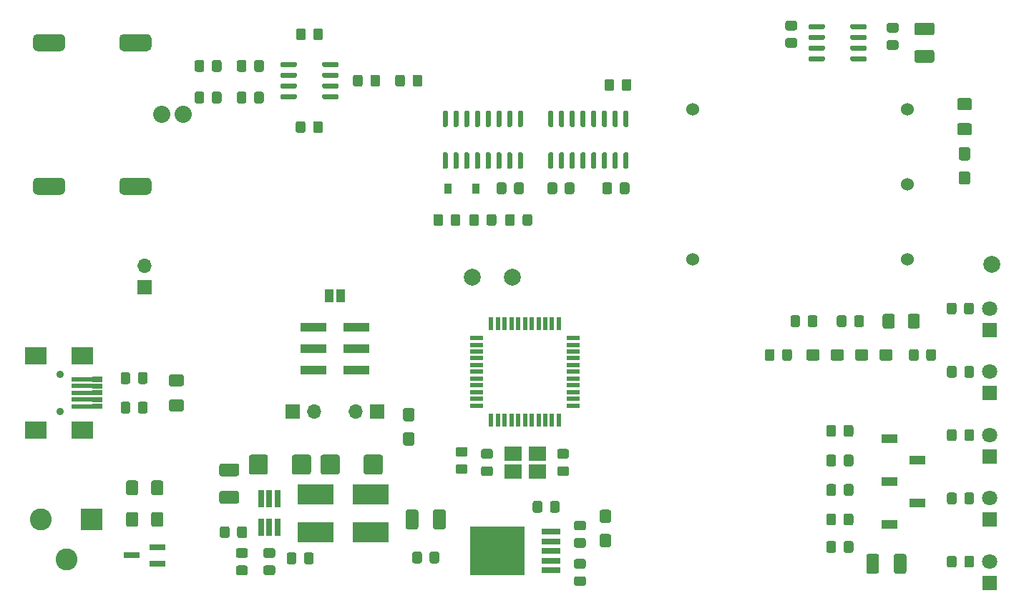
<source format=gbr>
%TF.GenerationSoftware,KiCad,Pcbnew,(5.1.9)-1*%
%TF.CreationDate,2021-10-23T17:52:33-05:00*%
%TF.ProjectId,simple-gpsdo,73696d70-6c65-42d6-9770-73646f2e6b69,C*%
%TF.SameCoordinates,Original*%
%TF.FileFunction,Soldermask,Top*%
%TF.FilePolarity,Negative*%
%FSLAX46Y46*%
G04 Gerber Fmt 4.6, Leading zero omitted, Abs format (unit mm)*
G04 Created by KiCad (PCBNEW (5.1.9)-1) date 2021-10-23 17:52:33*
%MOMM*%
%LPD*%
G01*
G04 APERTURE LIST*
%ADD10C,0.100000*%
%ADD11C,1.524000*%
%ADD12R,0.900000X1.200000*%
%ADD13R,2.600000X2.600000*%
%ADD14C,2.600000*%
%ADD15R,3.150000X1.000000*%
%ADD16R,1.000000X1.500000*%
%ADD17R,1.500000X0.550000*%
%ADD18R,0.550000X1.500000*%
%ADD19R,1.900000X1.000000*%
%ADD20C,2.032000*%
%ADD21R,1.700000X1.700000*%
%ADD22O,1.700000X1.700000*%
%ADD23C,2.000000*%
%ADD24R,2.100000X1.725000*%
%ADD25R,0.650000X2.000000*%
%ADD26R,4.200000X2.400000*%
%ADD27R,1.900000X0.800000*%
%ADD28C,1.800000*%
%ADD29R,1.800000X1.800000*%
%ADD30R,2.500000X2.000000*%
%ADD31R,2.500000X0.500000*%
%ADD32C,0.900000*%
%ADD33R,2.200000X0.800000*%
%ADD34R,6.400000X5.800000*%
G04 APERTURE END LIST*
D10*
G36*
X85000000Y-124400000D02*
G01*
X83800000Y-124400000D01*
X83800000Y-123800000D01*
X85000000Y-123800000D01*
X85000000Y-124400000D01*
G37*
G36*
X85000000Y-123600000D02*
G01*
X83800000Y-123600000D01*
X83800000Y-123000000D01*
X85000000Y-123000000D01*
X85000000Y-123600000D01*
G37*
G36*
X85000000Y-122800000D02*
G01*
X83800000Y-122800000D01*
X83800000Y-122200000D01*
X85000000Y-122200000D01*
X85000000Y-122800000D01*
G37*
G36*
X85000000Y-122000000D02*
G01*
X83800000Y-122000000D01*
X83800000Y-121400000D01*
X85000000Y-121400000D01*
X85000000Y-122000000D01*
G37*
G36*
X85000000Y-121200000D02*
G01*
X83800000Y-121200000D01*
X83800000Y-120600000D01*
X85000000Y-120600000D01*
X85000000Y-121200000D01*
G37*
D11*
%TO.C,Y2*%
X180200000Y-106640000D03*
X180200000Y-97750000D03*
X180200000Y-88860000D03*
X154800000Y-88860000D03*
X154800000Y-106640000D03*
%TD*%
%TO.C,U3*%
G36*
G01*
X146795000Y-94000000D02*
X147095000Y-94000000D01*
G75*
G02*
X147245000Y-94150000I0J-150000D01*
G01*
X147245000Y-95800000D01*
G75*
G02*
X147095000Y-95950000I-150000J0D01*
G01*
X146795000Y-95950000D01*
G75*
G02*
X146645000Y-95800000I0J150000D01*
G01*
X146645000Y-94150000D01*
G75*
G02*
X146795000Y-94000000I150000J0D01*
G01*
G37*
G36*
G01*
X145525000Y-94000000D02*
X145825000Y-94000000D01*
G75*
G02*
X145975000Y-94150000I0J-150000D01*
G01*
X145975000Y-95800000D01*
G75*
G02*
X145825000Y-95950000I-150000J0D01*
G01*
X145525000Y-95950000D01*
G75*
G02*
X145375000Y-95800000I0J150000D01*
G01*
X145375000Y-94150000D01*
G75*
G02*
X145525000Y-94000000I150000J0D01*
G01*
G37*
G36*
G01*
X144255000Y-94000000D02*
X144555000Y-94000000D01*
G75*
G02*
X144705000Y-94150000I0J-150000D01*
G01*
X144705000Y-95800000D01*
G75*
G02*
X144555000Y-95950000I-150000J0D01*
G01*
X144255000Y-95950000D01*
G75*
G02*
X144105000Y-95800000I0J150000D01*
G01*
X144105000Y-94150000D01*
G75*
G02*
X144255000Y-94000000I150000J0D01*
G01*
G37*
G36*
G01*
X142985000Y-94000000D02*
X143285000Y-94000000D01*
G75*
G02*
X143435000Y-94150000I0J-150000D01*
G01*
X143435000Y-95800000D01*
G75*
G02*
X143285000Y-95950000I-150000J0D01*
G01*
X142985000Y-95950000D01*
G75*
G02*
X142835000Y-95800000I0J150000D01*
G01*
X142835000Y-94150000D01*
G75*
G02*
X142985000Y-94000000I150000J0D01*
G01*
G37*
G36*
G01*
X141715000Y-94000000D02*
X142015000Y-94000000D01*
G75*
G02*
X142165000Y-94150000I0J-150000D01*
G01*
X142165000Y-95800000D01*
G75*
G02*
X142015000Y-95950000I-150000J0D01*
G01*
X141715000Y-95950000D01*
G75*
G02*
X141565000Y-95800000I0J150000D01*
G01*
X141565000Y-94150000D01*
G75*
G02*
X141715000Y-94000000I150000J0D01*
G01*
G37*
G36*
G01*
X140445000Y-94000000D02*
X140745000Y-94000000D01*
G75*
G02*
X140895000Y-94150000I0J-150000D01*
G01*
X140895000Y-95800000D01*
G75*
G02*
X140745000Y-95950000I-150000J0D01*
G01*
X140445000Y-95950000D01*
G75*
G02*
X140295000Y-95800000I0J150000D01*
G01*
X140295000Y-94150000D01*
G75*
G02*
X140445000Y-94000000I150000J0D01*
G01*
G37*
G36*
G01*
X139175000Y-94000000D02*
X139475000Y-94000000D01*
G75*
G02*
X139625000Y-94150000I0J-150000D01*
G01*
X139625000Y-95800000D01*
G75*
G02*
X139475000Y-95950000I-150000J0D01*
G01*
X139175000Y-95950000D01*
G75*
G02*
X139025000Y-95800000I0J150000D01*
G01*
X139025000Y-94150000D01*
G75*
G02*
X139175000Y-94000000I150000J0D01*
G01*
G37*
G36*
G01*
X137905000Y-94000000D02*
X138205000Y-94000000D01*
G75*
G02*
X138355000Y-94150000I0J-150000D01*
G01*
X138355000Y-95800000D01*
G75*
G02*
X138205000Y-95950000I-150000J0D01*
G01*
X137905000Y-95950000D01*
G75*
G02*
X137755000Y-95800000I0J150000D01*
G01*
X137755000Y-94150000D01*
G75*
G02*
X137905000Y-94000000I150000J0D01*
G01*
G37*
G36*
G01*
X137905000Y-89050000D02*
X138205000Y-89050000D01*
G75*
G02*
X138355000Y-89200000I0J-150000D01*
G01*
X138355000Y-90850000D01*
G75*
G02*
X138205000Y-91000000I-150000J0D01*
G01*
X137905000Y-91000000D01*
G75*
G02*
X137755000Y-90850000I0J150000D01*
G01*
X137755000Y-89200000D01*
G75*
G02*
X137905000Y-89050000I150000J0D01*
G01*
G37*
G36*
G01*
X139175000Y-89050000D02*
X139475000Y-89050000D01*
G75*
G02*
X139625000Y-89200000I0J-150000D01*
G01*
X139625000Y-90850000D01*
G75*
G02*
X139475000Y-91000000I-150000J0D01*
G01*
X139175000Y-91000000D01*
G75*
G02*
X139025000Y-90850000I0J150000D01*
G01*
X139025000Y-89200000D01*
G75*
G02*
X139175000Y-89050000I150000J0D01*
G01*
G37*
G36*
G01*
X140445000Y-89050000D02*
X140745000Y-89050000D01*
G75*
G02*
X140895000Y-89200000I0J-150000D01*
G01*
X140895000Y-90850000D01*
G75*
G02*
X140745000Y-91000000I-150000J0D01*
G01*
X140445000Y-91000000D01*
G75*
G02*
X140295000Y-90850000I0J150000D01*
G01*
X140295000Y-89200000D01*
G75*
G02*
X140445000Y-89050000I150000J0D01*
G01*
G37*
G36*
G01*
X141715000Y-89050000D02*
X142015000Y-89050000D01*
G75*
G02*
X142165000Y-89200000I0J-150000D01*
G01*
X142165000Y-90850000D01*
G75*
G02*
X142015000Y-91000000I-150000J0D01*
G01*
X141715000Y-91000000D01*
G75*
G02*
X141565000Y-90850000I0J150000D01*
G01*
X141565000Y-89200000D01*
G75*
G02*
X141715000Y-89050000I150000J0D01*
G01*
G37*
G36*
G01*
X142985000Y-89050000D02*
X143285000Y-89050000D01*
G75*
G02*
X143435000Y-89200000I0J-150000D01*
G01*
X143435000Y-90850000D01*
G75*
G02*
X143285000Y-91000000I-150000J0D01*
G01*
X142985000Y-91000000D01*
G75*
G02*
X142835000Y-90850000I0J150000D01*
G01*
X142835000Y-89200000D01*
G75*
G02*
X142985000Y-89050000I150000J0D01*
G01*
G37*
G36*
G01*
X144255000Y-89050000D02*
X144555000Y-89050000D01*
G75*
G02*
X144705000Y-89200000I0J-150000D01*
G01*
X144705000Y-90850000D01*
G75*
G02*
X144555000Y-91000000I-150000J0D01*
G01*
X144255000Y-91000000D01*
G75*
G02*
X144105000Y-90850000I0J150000D01*
G01*
X144105000Y-89200000D01*
G75*
G02*
X144255000Y-89050000I150000J0D01*
G01*
G37*
G36*
G01*
X145525000Y-89050000D02*
X145825000Y-89050000D01*
G75*
G02*
X145975000Y-89200000I0J-150000D01*
G01*
X145975000Y-90850000D01*
G75*
G02*
X145825000Y-91000000I-150000J0D01*
G01*
X145525000Y-91000000D01*
G75*
G02*
X145375000Y-90850000I0J150000D01*
G01*
X145375000Y-89200000D01*
G75*
G02*
X145525000Y-89050000I150000J0D01*
G01*
G37*
G36*
G01*
X146795000Y-89050000D02*
X147095000Y-89050000D01*
G75*
G02*
X147245000Y-89200000I0J-150000D01*
G01*
X147245000Y-90850000D01*
G75*
G02*
X147095000Y-91000000I-150000J0D01*
G01*
X146795000Y-91000000D01*
G75*
G02*
X146645000Y-90850000I0J150000D01*
G01*
X146645000Y-89200000D01*
G75*
G02*
X146795000Y-89050000I150000J0D01*
G01*
G37*
%TD*%
%TO.C,C1*%
G36*
G01*
X139950001Y-130300000D02*
X139049999Y-130300000D01*
G75*
G02*
X138800000Y-130050001I0J249999D01*
G01*
X138800000Y-129399999D01*
G75*
G02*
X139049999Y-129150000I249999J0D01*
G01*
X139950001Y-129150000D01*
G75*
G02*
X140200000Y-129399999I0J-249999D01*
G01*
X140200000Y-130050001D01*
G75*
G02*
X139950001Y-130300000I-249999J0D01*
G01*
G37*
G36*
G01*
X139950001Y-132350000D02*
X139049999Y-132350000D01*
G75*
G02*
X138800000Y-132100001I0J249999D01*
G01*
X138800000Y-131449999D01*
G75*
G02*
X139049999Y-131200000I249999J0D01*
G01*
X139950001Y-131200000D01*
G75*
G02*
X140200000Y-131449999I0J-249999D01*
G01*
X140200000Y-132100001D01*
G75*
G02*
X139950001Y-132350000I-249999J0D01*
G01*
G37*
%TD*%
%TO.C,C2*%
G36*
G01*
X130049999Y-129150000D02*
X130950001Y-129150000D01*
G75*
G02*
X131200000Y-129399999I0J-249999D01*
G01*
X131200000Y-130050001D01*
G75*
G02*
X130950001Y-130300000I-249999J0D01*
G01*
X130049999Y-130300000D01*
G75*
G02*
X129800000Y-130050001I0J249999D01*
G01*
X129800000Y-129399999D01*
G75*
G02*
X130049999Y-129150000I249999J0D01*
G01*
G37*
G36*
G01*
X130049999Y-131200000D02*
X130950001Y-131200000D01*
G75*
G02*
X131200000Y-131449999I0J-249999D01*
G01*
X131200000Y-132100001D01*
G75*
G02*
X130950001Y-132350000I-249999J0D01*
G01*
X130049999Y-132350000D01*
G75*
G02*
X129800000Y-132100001I0J249999D01*
G01*
X129800000Y-131449999D01*
G75*
G02*
X130049999Y-131200000I249999J0D01*
G01*
G37*
%TD*%
%TO.C,C9*%
G36*
G01*
X144150000Y-98700001D02*
X144150000Y-97799999D01*
G75*
G02*
X144399999Y-97550000I249999J0D01*
G01*
X145050001Y-97550000D01*
G75*
G02*
X145300000Y-97799999I0J-249999D01*
G01*
X145300000Y-98700001D01*
G75*
G02*
X145050001Y-98950000I-249999J0D01*
G01*
X144399999Y-98950000D01*
G75*
G02*
X144150000Y-98700001I0J249999D01*
G01*
G37*
G36*
G01*
X146200000Y-98700001D02*
X146200000Y-97799999D01*
G75*
G02*
X146449999Y-97550000I249999J0D01*
G01*
X147100001Y-97550000D01*
G75*
G02*
X147350000Y-97799999I0J-249999D01*
G01*
X147350000Y-98700001D01*
G75*
G02*
X147100001Y-98950000I-249999J0D01*
G01*
X146449999Y-98950000D01*
G75*
G02*
X146200000Y-98700001I0J249999D01*
G01*
G37*
%TD*%
%TO.C,C10*%
G36*
G01*
X133700000Y-98700001D02*
X133700000Y-97799999D01*
G75*
G02*
X133949999Y-97550000I249999J0D01*
G01*
X134600001Y-97550000D01*
G75*
G02*
X134850000Y-97799999I0J-249999D01*
G01*
X134850000Y-98700001D01*
G75*
G02*
X134600001Y-98950000I-249999J0D01*
G01*
X133949999Y-98950000D01*
G75*
G02*
X133700000Y-98700001I0J249999D01*
G01*
G37*
G36*
G01*
X131650000Y-98700001D02*
X131650000Y-97799999D01*
G75*
G02*
X131899999Y-97550000I249999J0D01*
G01*
X132550001Y-97550000D01*
G75*
G02*
X132800000Y-97799999I0J-249999D01*
G01*
X132800000Y-98700001D01*
G75*
G02*
X132550001Y-98950000I-249999J0D01*
G01*
X131899999Y-98950000D01*
G75*
G02*
X131650000Y-98700001I0J249999D01*
G01*
G37*
%TD*%
%TO.C,C13*%
G36*
G01*
X133800000Y-101549999D02*
X133800000Y-102450001D01*
G75*
G02*
X133550001Y-102700000I-249999J0D01*
G01*
X132899999Y-102700000D01*
G75*
G02*
X132650000Y-102450001I0J249999D01*
G01*
X132650000Y-101549999D01*
G75*
G02*
X132899999Y-101300000I249999J0D01*
G01*
X133550001Y-101300000D01*
G75*
G02*
X133800000Y-101549999I0J-249999D01*
G01*
G37*
G36*
G01*
X135850000Y-101549999D02*
X135850000Y-102450001D01*
G75*
G02*
X135600001Y-102700000I-249999J0D01*
G01*
X134949999Y-102700000D01*
G75*
G02*
X134700000Y-102450001I0J249999D01*
G01*
X134700000Y-101549999D01*
G75*
G02*
X134949999Y-101300000I249999J0D01*
G01*
X135600001Y-101300000D01*
G75*
G02*
X135850000Y-101549999I0J-249999D01*
G01*
G37*
%TD*%
%TO.C,C15*%
G36*
G01*
X121700000Y-85950001D02*
X121700000Y-85049999D01*
G75*
G02*
X121949999Y-84800000I249999J0D01*
G01*
X122600001Y-84800000D01*
G75*
G02*
X122850000Y-85049999I0J-249999D01*
G01*
X122850000Y-85950001D01*
G75*
G02*
X122600001Y-86200000I-249999J0D01*
G01*
X121949999Y-86200000D01*
G75*
G02*
X121700000Y-85950001I0J249999D01*
G01*
G37*
G36*
G01*
X119650000Y-85950001D02*
X119650000Y-85049999D01*
G75*
G02*
X119899999Y-84800000I249999J0D01*
G01*
X120550001Y-84800000D01*
G75*
G02*
X120800000Y-85049999I0J-249999D01*
G01*
X120800000Y-85950001D01*
G75*
G02*
X120550001Y-86200000I-249999J0D01*
G01*
X119899999Y-86200000D01*
G75*
G02*
X119650000Y-85950001I0J249999D01*
G01*
G37*
%TD*%
%TO.C,C17*%
G36*
G01*
X111100000Y-79549999D02*
X111100000Y-80450001D01*
G75*
G02*
X110850001Y-80700000I-249999J0D01*
G01*
X110199999Y-80700000D01*
G75*
G02*
X109950000Y-80450001I0J249999D01*
G01*
X109950000Y-79549999D01*
G75*
G02*
X110199999Y-79300000I249999J0D01*
G01*
X110850001Y-79300000D01*
G75*
G02*
X111100000Y-79549999I0J-249999D01*
G01*
G37*
G36*
G01*
X109050000Y-79549999D02*
X109050000Y-80450001D01*
G75*
G02*
X108800001Y-80700000I-249999J0D01*
G01*
X108149999Y-80700000D01*
G75*
G02*
X107900000Y-80450001I0J249999D01*
G01*
X107900000Y-79549999D01*
G75*
G02*
X108149999Y-79300000I249999J0D01*
G01*
X108800001Y-79300000D01*
G75*
G02*
X109050000Y-79549999I0J-249999D01*
G01*
G37*
%TD*%
%TO.C,C20*%
G36*
G01*
X102950000Y-87950001D02*
X102950000Y-87049999D01*
G75*
G02*
X103199999Y-86800000I249999J0D01*
G01*
X103850001Y-86800000D01*
G75*
G02*
X104100000Y-87049999I0J-249999D01*
G01*
X104100000Y-87950001D01*
G75*
G02*
X103850001Y-88200000I-249999J0D01*
G01*
X103199999Y-88200000D01*
G75*
G02*
X102950000Y-87950001I0J249999D01*
G01*
G37*
G36*
G01*
X100900000Y-87950001D02*
X100900000Y-87049999D01*
G75*
G02*
X101149999Y-86800000I249999J0D01*
G01*
X101800001Y-86800000D01*
G75*
G02*
X102050000Y-87049999I0J-249999D01*
G01*
X102050000Y-87950001D01*
G75*
G02*
X101800001Y-88200000I-249999J0D01*
G01*
X101149999Y-88200000D01*
G75*
G02*
X100900000Y-87950001I0J249999D01*
G01*
G37*
%TD*%
%TO.C,C21*%
G36*
G01*
X100900000Y-84200001D02*
X100900000Y-83299999D01*
G75*
G02*
X101149999Y-83050000I249999J0D01*
G01*
X101800001Y-83050000D01*
G75*
G02*
X102050000Y-83299999I0J-249999D01*
G01*
X102050000Y-84200001D01*
G75*
G02*
X101800001Y-84450000I-249999J0D01*
G01*
X101149999Y-84450000D01*
G75*
G02*
X100900000Y-84200001I0J249999D01*
G01*
G37*
G36*
G01*
X102950000Y-84200001D02*
X102950000Y-83299999D01*
G75*
G02*
X103199999Y-83050000I249999J0D01*
G01*
X103850001Y-83050000D01*
G75*
G02*
X104100000Y-83299999I0J-249999D01*
G01*
X104100000Y-84200001D01*
G75*
G02*
X103850001Y-84450000I-249999J0D01*
G01*
X103199999Y-84450000D01*
G75*
G02*
X102950000Y-84200001I0J249999D01*
G01*
G37*
%TD*%
D12*
%TO.C,D1*%
X125850000Y-98250000D03*
X129150000Y-98250000D03*
%TD*%
%TO.C,F1*%
G36*
G01*
X92200000Y-133125000D02*
X92200000Y-134375000D01*
G75*
G02*
X91950000Y-134625000I-250000J0D01*
G01*
X91025000Y-134625000D01*
G75*
G02*
X90775000Y-134375000I0J250000D01*
G01*
X90775000Y-133125000D01*
G75*
G02*
X91025000Y-132875000I250000J0D01*
G01*
X91950000Y-132875000D01*
G75*
G02*
X92200000Y-133125000I0J-250000D01*
G01*
G37*
G36*
G01*
X89225000Y-133125000D02*
X89225000Y-134375000D01*
G75*
G02*
X88975000Y-134625000I-250000J0D01*
G01*
X88050000Y-134625000D01*
G75*
G02*
X87800000Y-134375000I0J250000D01*
G01*
X87800000Y-133125000D01*
G75*
G02*
X88050000Y-132875000I250000J0D01*
G01*
X88975000Y-132875000D01*
G75*
G02*
X89225000Y-133125000I0J-250000D01*
G01*
G37*
%TD*%
D13*
%TO.C,J2*%
X83750000Y-137500000D03*
D14*
X77750000Y-137500000D03*
X80750000Y-142200000D03*
%TD*%
D15*
%TO.C,J3*%
X109975000Y-114710000D03*
X115025000Y-114710000D03*
X109975000Y-117250000D03*
X115025000Y-117250000D03*
X109975000Y-119790000D03*
X115025000Y-119790000D03*
%TD*%
D16*
%TO.C,JP1*%
X113150000Y-111000000D03*
X111850000Y-111000000D03*
%TD*%
%TO.C,R1*%
G36*
G01*
X88300000Y-120299999D02*
X88300000Y-121200001D01*
G75*
G02*
X88050001Y-121450000I-249999J0D01*
G01*
X87399999Y-121450000D01*
G75*
G02*
X87150000Y-121200001I0J249999D01*
G01*
X87150000Y-120299999D01*
G75*
G02*
X87399999Y-120050000I249999J0D01*
G01*
X88050001Y-120050000D01*
G75*
G02*
X88300000Y-120299999I0J-249999D01*
G01*
G37*
G36*
G01*
X90350000Y-120299999D02*
X90350000Y-121200001D01*
G75*
G02*
X90100001Y-121450000I-249999J0D01*
G01*
X89449999Y-121450000D01*
G75*
G02*
X89200000Y-121200001I0J249999D01*
G01*
X89200000Y-120299999D01*
G75*
G02*
X89449999Y-120050000I249999J0D01*
G01*
X90100001Y-120050000D01*
G75*
G02*
X90350000Y-120299999I0J-249999D01*
G01*
G37*
%TD*%
%TO.C,R2*%
G36*
G01*
X87150000Y-124700001D02*
X87150000Y-123799999D01*
G75*
G02*
X87399999Y-123550000I249999J0D01*
G01*
X88050001Y-123550000D01*
G75*
G02*
X88300000Y-123799999I0J-249999D01*
G01*
X88300000Y-124700001D01*
G75*
G02*
X88050001Y-124950000I-249999J0D01*
G01*
X87399999Y-124950000D01*
G75*
G02*
X87150000Y-124700001I0J249999D01*
G01*
G37*
G36*
G01*
X89200000Y-124700001D02*
X89200000Y-123799999D01*
G75*
G02*
X89449999Y-123550000I249999J0D01*
G01*
X90100001Y-123550000D01*
G75*
G02*
X90350000Y-123799999I0J-249999D01*
G01*
X90350000Y-124700001D01*
G75*
G02*
X90100001Y-124950000I-249999J0D01*
G01*
X89449999Y-124950000D01*
G75*
G02*
X89200000Y-124700001I0J249999D01*
G01*
G37*
%TD*%
%TO.C,R3*%
G36*
G01*
X127950001Y-130050000D02*
X127049999Y-130050000D01*
G75*
G02*
X126800000Y-129800001I0J249999D01*
G01*
X126800000Y-129149999D01*
G75*
G02*
X127049999Y-128900000I249999J0D01*
G01*
X127950001Y-128900000D01*
G75*
G02*
X128200000Y-129149999I0J-249999D01*
G01*
X128200000Y-129800001D01*
G75*
G02*
X127950001Y-130050000I-249999J0D01*
G01*
G37*
G36*
G01*
X127950001Y-132100000D02*
X127049999Y-132100000D01*
G75*
G02*
X126800000Y-131850001I0J249999D01*
G01*
X126800000Y-131199999D01*
G75*
G02*
X127049999Y-130950000I249999J0D01*
G01*
X127950001Y-130950000D01*
G75*
G02*
X128200000Y-131199999I0J-249999D01*
G01*
X128200000Y-131850001D01*
G75*
G02*
X127950001Y-132100000I-249999J0D01*
G01*
G37*
%TD*%
%TO.C,R8*%
G36*
G01*
X186075000Y-134549999D02*
X186075000Y-135450001D01*
G75*
G02*
X185825001Y-135700000I-249999J0D01*
G01*
X185174999Y-135700000D01*
G75*
G02*
X184925000Y-135450001I0J249999D01*
G01*
X184925000Y-134549999D01*
G75*
G02*
X185174999Y-134300000I249999J0D01*
G01*
X185825001Y-134300000D01*
G75*
G02*
X186075000Y-134549999I0J-249999D01*
G01*
G37*
G36*
G01*
X188125000Y-134549999D02*
X188125000Y-135450001D01*
G75*
G02*
X187875001Y-135700000I-249999J0D01*
G01*
X187224999Y-135700000D01*
G75*
G02*
X186975000Y-135450001I0J249999D01*
G01*
X186975000Y-134549999D01*
G75*
G02*
X187224999Y-134300000I249999J0D01*
G01*
X187875001Y-134300000D01*
G75*
G02*
X188125000Y-134549999I0J-249999D01*
G01*
G37*
%TD*%
%TO.C,R9*%
G36*
G01*
X186075000Y-119549999D02*
X186075000Y-120450001D01*
G75*
G02*
X185825001Y-120700000I-249999J0D01*
G01*
X185174999Y-120700000D01*
G75*
G02*
X184925000Y-120450001I0J249999D01*
G01*
X184925000Y-119549999D01*
G75*
G02*
X185174999Y-119300000I249999J0D01*
G01*
X185825001Y-119300000D01*
G75*
G02*
X186075000Y-119549999I0J-249999D01*
G01*
G37*
G36*
G01*
X188125000Y-119549999D02*
X188125000Y-120450001D01*
G75*
G02*
X187875001Y-120700000I-249999J0D01*
G01*
X187224999Y-120700000D01*
G75*
G02*
X186975000Y-120450001I0J249999D01*
G01*
X186975000Y-119549999D01*
G75*
G02*
X187224999Y-119300000I249999J0D01*
G01*
X187875001Y-119300000D01*
G75*
G02*
X188125000Y-119549999I0J-249999D01*
G01*
G37*
%TD*%
%TO.C,R11*%
G36*
G01*
X124150000Y-102450001D02*
X124150000Y-101549999D01*
G75*
G02*
X124399999Y-101300000I249999J0D01*
G01*
X125050001Y-101300000D01*
G75*
G02*
X125300000Y-101549999I0J-249999D01*
G01*
X125300000Y-102450001D01*
G75*
G02*
X125050001Y-102700000I-249999J0D01*
G01*
X124399999Y-102700000D01*
G75*
G02*
X124150000Y-102450001I0J249999D01*
G01*
G37*
G36*
G01*
X126200000Y-102450001D02*
X126200000Y-101549999D01*
G75*
G02*
X126449999Y-101300000I249999J0D01*
G01*
X127100001Y-101300000D01*
G75*
G02*
X127350000Y-101549999I0J-249999D01*
G01*
X127350000Y-102450001D01*
G75*
G02*
X127100001Y-102700000I-249999J0D01*
G01*
X126449999Y-102700000D01*
G75*
G02*
X126200000Y-102450001I0J249999D01*
G01*
G37*
%TD*%
%TO.C,R12*%
G36*
G01*
X130450000Y-102450001D02*
X130450000Y-101549999D01*
G75*
G02*
X130699999Y-101300000I249999J0D01*
G01*
X131350001Y-101300000D01*
G75*
G02*
X131600000Y-101549999I0J-249999D01*
G01*
X131600000Y-102450001D01*
G75*
G02*
X131350001Y-102700000I-249999J0D01*
G01*
X130699999Y-102700000D01*
G75*
G02*
X130450000Y-102450001I0J249999D01*
G01*
G37*
G36*
G01*
X128400000Y-102450001D02*
X128400000Y-101549999D01*
G75*
G02*
X128649999Y-101300000I249999J0D01*
G01*
X129300001Y-101300000D01*
G75*
G02*
X129550000Y-101549999I0J-249999D01*
G01*
X129550000Y-102450001D01*
G75*
G02*
X129300001Y-102700000I-249999J0D01*
G01*
X128649999Y-102700000D01*
G75*
G02*
X128400000Y-102450001I0J249999D01*
G01*
G37*
%TD*%
%TO.C,R13*%
G36*
G01*
X186075000Y-142049999D02*
X186075000Y-142950001D01*
G75*
G02*
X185825001Y-143200000I-249999J0D01*
G01*
X185174999Y-143200000D01*
G75*
G02*
X184925000Y-142950001I0J249999D01*
G01*
X184925000Y-142049999D01*
G75*
G02*
X185174999Y-141800000I249999J0D01*
G01*
X185825001Y-141800000D01*
G75*
G02*
X186075000Y-142049999I0J-249999D01*
G01*
G37*
G36*
G01*
X188125000Y-142049999D02*
X188125000Y-142950001D01*
G75*
G02*
X187875001Y-143200000I-249999J0D01*
G01*
X187224999Y-143200000D01*
G75*
G02*
X186975000Y-142950001I0J249999D01*
G01*
X186975000Y-142049999D01*
G75*
G02*
X187224999Y-141800000I249999J0D01*
G01*
X187875001Y-141800000D01*
G75*
G02*
X188125000Y-142049999I0J-249999D01*
G01*
G37*
%TD*%
%TO.C,R14*%
G36*
G01*
X188125000Y-127049999D02*
X188125000Y-127950001D01*
G75*
G02*
X187875001Y-128200000I-249999J0D01*
G01*
X187224999Y-128200000D01*
G75*
G02*
X186975000Y-127950001I0J249999D01*
G01*
X186975000Y-127049999D01*
G75*
G02*
X187224999Y-126800000I249999J0D01*
G01*
X187875001Y-126800000D01*
G75*
G02*
X188125000Y-127049999I0J-249999D01*
G01*
G37*
G36*
G01*
X186075000Y-127049999D02*
X186075000Y-127950001D01*
G75*
G02*
X185825001Y-128200000I-249999J0D01*
G01*
X185174999Y-128200000D01*
G75*
G02*
X184925000Y-127950001I0J249999D01*
G01*
X184925000Y-127049999D01*
G75*
G02*
X185174999Y-126800000I249999J0D01*
G01*
X185825001Y-126800000D01*
G75*
G02*
X186075000Y-127049999I0J-249999D01*
G01*
G37*
%TD*%
%TO.C,R18*%
G36*
G01*
X116700000Y-85950001D02*
X116700000Y-85049999D01*
G75*
G02*
X116949999Y-84800000I249999J0D01*
G01*
X117600001Y-84800000D01*
G75*
G02*
X117850000Y-85049999I0J-249999D01*
G01*
X117850000Y-85950001D01*
G75*
G02*
X117600001Y-86200000I-249999J0D01*
G01*
X116949999Y-86200000D01*
G75*
G02*
X116700000Y-85950001I0J249999D01*
G01*
G37*
G36*
G01*
X114650000Y-85950001D02*
X114650000Y-85049999D01*
G75*
G02*
X114899999Y-84800000I249999J0D01*
G01*
X115550001Y-84800000D01*
G75*
G02*
X115800000Y-85049999I0J-249999D01*
G01*
X115800000Y-85950001D01*
G75*
G02*
X115550001Y-86200000I-249999J0D01*
G01*
X114899999Y-86200000D01*
G75*
G02*
X114650000Y-85950001I0J249999D01*
G01*
G37*
%TD*%
%TO.C,R20*%
G36*
G01*
X107875000Y-91450001D02*
X107875000Y-90549999D01*
G75*
G02*
X108124999Y-90300000I249999J0D01*
G01*
X108775001Y-90300000D01*
G75*
G02*
X109025000Y-90549999I0J-249999D01*
G01*
X109025000Y-91450001D01*
G75*
G02*
X108775001Y-91700000I-249999J0D01*
G01*
X108124999Y-91700000D01*
G75*
G02*
X107875000Y-91450001I0J249999D01*
G01*
G37*
G36*
G01*
X109925000Y-91450001D02*
X109925000Y-90549999D01*
G75*
G02*
X110174999Y-90300000I249999J0D01*
G01*
X110825001Y-90300000D01*
G75*
G02*
X111075000Y-90549999I0J-249999D01*
G01*
X111075000Y-91450001D01*
G75*
G02*
X110825001Y-91700000I-249999J0D01*
G01*
X110174999Y-91700000D01*
G75*
G02*
X109925000Y-91450001I0J249999D01*
G01*
G37*
%TD*%
%TO.C,R23*%
G36*
G01*
X95900000Y-87950001D02*
X95900000Y-87049999D01*
G75*
G02*
X96149999Y-86800000I249999J0D01*
G01*
X96800001Y-86800000D01*
G75*
G02*
X97050000Y-87049999I0J-249999D01*
G01*
X97050000Y-87950001D01*
G75*
G02*
X96800001Y-88200000I-249999J0D01*
G01*
X96149999Y-88200000D01*
G75*
G02*
X95900000Y-87950001I0J249999D01*
G01*
G37*
G36*
G01*
X97950000Y-87950001D02*
X97950000Y-87049999D01*
G75*
G02*
X98199999Y-86800000I249999J0D01*
G01*
X98850001Y-86800000D01*
G75*
G02*
X99100000Y-87049999I0J-249999D01*
G01*
X99100000Y-87950001D01*
G75*
G02*
X98850001Y-88200000I-249999J0D01*
G01*
X98199999Y-88200000D01*
G75*
G02*
X97950000Y-87950001I0J249999D01*
G01*
G37*
%TD*%
%TO.C,R24*%
G36*
G01*
X97950000Y-84200001D02*
X97950000Y-83299999D01*
G75*
G02*
X98199999Y-83050000I249999J0D01*
G01*
X98850001Y-83050000D01*
G75*
G02*
X99100000Y-83299999I0J-249999D01*
G01*
X99100000Y-84200001D01*
G75*
G02*
X98850001Y-84450000I-249999J0D01*
G01*
X98199999Y-84450000D01*
G75*
G02*
X97950000Y-84200001I0J249999D01*
G01*
G37*
G36*
G01*
X95900000Y-84200001D02*
X95900000Y-83299999D01*
G75*
G02*
X96149999Y-83050000I249999J0D01*
G01*
X96800001Y-83050000D01*
G75*
G02*
X97050000Y-83299999I0J-249999D01*
G01*
X97050000Y-84200001D01*
G75*
G02*
X96800001Y-84450000I-249999J0D01*
G01*
X96149999Y-84450000D01*
G75*
G02*
X95900000Y-84200001I0J249999D01*
G01*
G37*
%TD*%
D17*
%TO.C,U2*%
X129300000Y-116000000D03*
X129300000Y-116800000D03*
X129300000Y-117600000D03*
X129300000Y-118400000D03*
X129300000Y-119200000D03*
X129300000Y-120000000D03*
X129300000Y-120800000D03*
X129300000Y-121600000D03*
X129300000Y-122400000D03*
X129300000Y-123200000D03*
X129300000Y-124000000D03*
D18*
X131000000Y-125700000D03*
X131800000Y-125700000D03*
X132600000Y-125700000D03*
X133400000Y-125700000D03*
X134200000Y-125700000D03*
X135000000Y-125700000D03*
X135800000Y-125700000D03*
X136600000Y-125700000D03*
X137400000Y-125700000D03*
X138200000Y-125700000D03*
X139000000Y-125700000D03*
D17*
X140700000Y-124000000D03*
X140700000Y-123200000D03*
X140700000Y-122400000D03*
X140700000Y-121600000D03*
X140700000Y-120800000D03*
X140700000Y-120000000D03*
X140700000Y-119200000D03*
X140700000Y-118400000D03*
X140700000Y-117600000D03*
X140700000Y-116800000D03*
X140700000Y-116000000D03*
D18*
X139000000Y-114300000D03*
X138200000Y-114300000D03*
X137400000Y-114300000D03*
X136600000Y-114300000D03*
X135800000Y-114300000D03*
X135000000Y-114300000D03*
X134200000Y-114300000D03*
X133400000Y-114300000D03*
X132600000Y-114300000D03*
X131800000Y-114300000D03*
X131000000Y-114300000D03*
%TD*%
%TO.C,U4*%
G36*
G01*
X134295000Y-89050000D02*
X134595000Y-89050000D01*
G75*
G02*
X134745000Y-89200000I0J-150000D01*
G01*
X134745000Y-90850000D01*
G75*
G02*
X134595000Y-91000000I-150000J0D01*
G01*
X134295000Y-91000000D01*
G75*
G02*
X134145000Y-90850000I0J150000D01*
G01*
X134145000Y-89200000D01*
G75*
G02*
X134295000Y-89050000I150000J0D01*
G01*
G37*
G36*
G01*
X133025000Y-89050000D02*
X133325000Y-89050000D01*
G75*
G02*
X133475000Y-89200000I0J-150000D01*
G01*
X133475000Y-90850000D01*
G75*
G02*
X133325000Y-91000000I-150000J0D01*
G01*
X133025000Y-91000000D01*
G75*
G02*
X132875000Y-90850000I0J150000D01*
G01*
X132875000Y-89200000D01*
G75*
G02*
X133025000Y-89050000I150000J0D01*
G01*
G37*
G36*
G01*
X131755000Y-89050000D02*
X132055000Y-89050000D01*
G75*
G02*
X132205000Y-89200000I0J-150000D01*
G01*
X132205000Y-90850000D01*
G75*
G02*
X132055000Y-91000000I-150000J0D01*
G01*
X131755000Y-91000000D01*
G75*
G02*
X131605000Y-90850000I0J150000D01*
G01*
X131605000Y-89200000D01*
G75*
G02*
X131755000Y-89050000I150000J0D01*
G01*
G37*
G36*
G01*
X130485000Y-89050000D02*
X130785000Y-89050000D01*
G75*
G02*
X130935000Y-89200000I0J-150000D01*
G01*
X130935000Y-90850000D01*
G75*
G02*
X130785000Y-91000000I-150000J0D01*
G01*
X130485000Y-91000000D01*
G75*
G02*
X130335000Y-90850000I0J150000D01*
G01*
X130335000Y-89200000D01*
G75*
G02*
X130485000Y-89050000I150000J0D01*
G01*
G37*
G36*
G01*
X129215000Y-89050000D02*
X129515000Y-89050000D01*
G75*
G02*
X129665000Y-89200000I0J-150000D01*
G01*
X129665000Y-90850000D01*
G75*
G02*
X129515000Y-91000000I-150000J0D01*
G01*
X129215000Y-91000000D01*
G75*
G02*
X129065000Y-90850000I0J150000D01*
G01*
X129065000Y-89200000D01*
G75*
G02*
X129215000Y-89050000I150000J0D01*
G01*
G37*
G36*
G01*
X127945000Y-89050000D02*
X128245000Y-89050000D01*
G75*
G02*
X128395000Y-89200000I0J-150000D01*
G01*
X128395000Y-90850000D01*
G75*
G02*
X128245000Y-91000000I-150000J0D01*
G01*
X127945000Y-91000000D01*
G75*
G02*
X127795000Y-90850000I0J150000D01*
G01*
X127795000Y-89200000D01*
G75*
G02*
X127945000Y-89050000I150000J0D01*
G01*
G37*
G36*
G01*
X126675000Y-89050000D02*
X126975000Y-89050000D01*
G75*
G02*
X127125000Y-89200000I0J-150000D01*
G01*
X127125000Y-90850000D01*
G75*
G02*
X126975000Y-91000000I-150000J0D01*
G01*
X126675000Y-91000000D01*
G75*
G02*
X126525000Y-90850000I0J150000D01*
G01*
X126525000Y-89200000D01*
G75*
G02*
X126675000Y-89050000I150000J0D01*
G01*
G37*
G36*
G01*
X125405000Y-89050000D02*
X125705000Y-89050000D01*
G75*
G02*
X125855000Y-89200000I0J-150000D01*
G01*
X125855000Y-90850000D01*
G75*
G02*
X125705000Y-91000000I-150000J0D01*
G01*
X125405000Y-91000000D01*
G75*
G02*
X125255000Y-90850000I0J150000D01*
G01*
X125255000Y-89200000D01*
G75*
G02*
X125405000Y-89050000I150000J0D01*
G01*
G37*
G36*
G01*
X125405000Y-94000000D02*
X125705000Y-94000000D01*
G75*
G02*
X125855000Y-94150000I0J-150000D01*
G01*
X125855000Y-95800000D01*
G75*
G02*
X125705000Y-95950000I-150000J0D01*
G01*
X125405000Y-95950000D01*
G75*
G02*
X125255000Y-95800000I0J150000D01*
G01*
X125255000Y-94150000D01*
G75*
G02*
X125405000Y-94000000I150000J0D01*
G01*
G37*
G36*
G01*
X126675000Y-94000000D02*
X126975000Y-94000000D01*
G75*
G02*
X127125000Y-94150000I0J-150000D01*
G01*
X127125000Y-95800000D01*
G75*
G02*
X126975000Y-95950000I-150000J0D01*
G01*
X126675000Y-95950000D01*
G75*
G02*
X126525000Y-95800000I0J150000D01*
G01*
X126525000Y-94150000D01*
G75*
G02*
X126675000Y-94000000I150000J0D01*
G01*
G37*
G36*
G01*
X127945000Y-94000000D02*
X128245000Y-94000000D01*
G75*
G02*
X128395000Y-94150000I0J-150000D01*
G01*
X128395000Y-95800000D01*
G75*
G02*
X128245000Y-95950000I-150000J0D01*
G01*
X127945000Y-95950000D01*
G75*
G02*
X127795000Y-95800000I0J150000D01*
G01*
X127795000Y-94150000D01*
G75*
G02*
X127945000Y-94000000I150000J0D01*
G01*
G37*
G36*
G01*
X129215000Y-94000000D02*
X129515000Y-94000000D01*
G75*
G02*
X129665000Y-94150000I0J-150000D01*
G01*
X129665000Y-95800000D01*
G75*
G02*
X129515000Y-95950000I-150000J0D01*
G01*
X129215000Y-95950000D01*
G75*
G02*
X129065000Y-95800000I0J150000D01*
G01*
X129065000Y-94150000D01*
G75*
G02*
X129215000Y-94000000I150000J0D01*
G01*
G37*
G36*
G01*
X130485000Y-94000000D02*
X130785000Y-94000000D01*
G75*
G02*
X130935000Y-94150000I0J-150000D01*
G01*
X130935000Y-95800000D01*
G75*
G02*
X130785000Y-95950000I-150000J0D01*
G01*
X130485000Y-95950000D01*
G75*
G02*
X130335000Y-95800000I0J150000D01*
G01*
X130335000Y-94150000D01*
G75*
G02*
X130485000Y-94000000I150000J0D01*
G01*
G37*
G36*
G01*
X131755000Y-94000000D02*
X132055000Y-94000000D01*
G75*
G02*
X132205000Y-94150000I0J-150000D01*
G01*
X132205000Y-95800000D01*
G75*
G02*
X132055000Y-95950000I-150000J0D01*
G01*
X131755000Y-95950000D01*
G75*
G02*
X131605000Y-95800000I0J150000D01*
G01*
X131605000Y-94150000D01*
G75*
G02*
X131755000Y-94000000I150000J0D01*
G01*
G37*
G36*
G01*
X133025000Y-94000000D02*
X133325000Y-94000000D01*
G75*
G02*
X133475000Y-94150000I0J-150000D01*
G01*
X133475000Y-95800000D01*
G75*
G02*
X133325000Y-95950000I-150000J0D01*
G01*
X133025000Y-95950000D01*
G75*
G02*
X132875000Y-95800000I0J150000D01*
G01*
X132875000Y-94150000D01*
G75*
G02*
X133025000Y-94000000I150000J0D01*
G01*
G37*
G36*
G01*
X134295000Y-94000000D02*
X134595000Y-94000000D01*
G75*
G02*
X134745000Y-94150000I0J-150000D01*
G01*
X134745000Y-95800000D01*
G75*
G02*
X134595000Y-95950000I-150000J0D01*
G01*
X134295000Y-95950000D01*
G75*
G02*
X134145000Y-95800000I0J150000D01*
G01*
X134145000Y-94150000D01*
G75*
G02*
X134295000Y-94000000I150000J0D01*
G01*
G37*
%TD*%
%TO.C,U7*%
G36*
G01*
X108000000Y-87255000D02*
X108000000Y-87555000D01*
G75*
G02*
X107850000Y-87705000I-150000J0D01*
G01*
X106200000Y-87705000D01*
G75*
G02*
X106050000Y-87555000I0J150000D01*
G01*
X106050000Y-87255000D01*
G75*
G02*
X106200000Y-87105000I150000J0D01*
G01*
X107850000Y-87105000D01*
G75*
G02*
X108000000Y-87255000I0J-150000D01*
G01*
G37*
G36*
G01*
X108000000Y-85985000D02*
X108000000Y-86285000D01*
G75*
G02*
X107850000Y-86435000I-150000J0D01*
G01*
X106200000Y-86435000D01*
G75*
G02*
X106050000Y-86285000I0J150000D01*
G01*
X106050000Y-85985000D01*
G75*
G02*
X106200000Y-85835000I150000J0D01*
G01*
X107850000Y-85835000D01*
G75*
G02*
X108000000Y-85985000I0J-150000D01*
G01*
G37*
G36*
G01*
X108000000Y-84715000D02*
X108000000Y-85015000D01*
G75*
G02*
X107850000Y-85165000I-150000J0D01*
G01*
X106200000Y-85165000D01*
G75*
G02*
X106050000Y-85015000I0J150000D01*
G01*
X106050000Y-84715000D01*
G75*
G02*
X106200000Y-84565000I150000J0D01*
G01*
X107850000Y-84565000D01*
G75*
G02*
X108000000Y-84715000I0J-150000D01*
G01*
G37*
G36*
G01*
X108000000Y-83445000D02*
X108000000Y-83745000D01*
G75*
G02*
X107850000Y-83895000I-150000J0D01*
G01*
X106200000Y-83895000D01*
G75*
G02*
X106050000Y-83745000I0J150000D01*
G01*
X106050000Y-83445000D01*
G75*
G02*
X106200000Y-83295000I150000J0D01*
G01*
X107850000Y-83295000D01*
G75*
G02*
X108000000Y-83445000I0J-150000D01*
G01*
G37*
G36*
G01*
X112950000Y-83445000D02*
X112950000Y-83745000D01*
G75*
G02*
X112800000Y-83895000I-150000J0D01*
G01*
X111150000Y-83895000D01*
G75*
G02*
X111000000Y-83745000I0J150000D01*
G01*
X111000000Y-83445000D01*
G75*
G02*
X111150000Y-83295000I150000J0D01*
G01*
X112800000Y-83295000D01*
G75*
G02*
X112950000Y-83445000I0J-150000D01*
G01*
G37*
G36*
G01*
X112950000Y-84715000D02*
X112950000Y-85015000D01*
G75*
G02*
X112800000Y-85165000I-150000J0D01*
G01*
X111150000Y-85165000D01*
G75*
G02*
X111000000Y-85015000I0J150000D01*
G01*
X111000000Y-84715000D01*
G75*
G02*
X111150000Y-84565000I150000J0D01*
G01*
X112800000Y-84565000D01*
G75*
G02*
X112950000Y-84715000I0J-150000D01*
G01*
G37*
G36*
G01*
X112950000Y-85985000D02*
X112950000Y-86285000D01*
G75*
G02*
X112800000Y-86435000I-150000J0D01*
G01*
X111150000Y-86435000D01*
G75*
G02*
X111000000Y-86285000I0J150000D01*
G01*
X111000000Y-85985000D01*
G75*
G02*
X111150000Y-85835000I150000J0D01*
G01*
X112800000Y-85835000D01*
G75*
G02*
X112950000Y-85985000I0J-150000D01*
G01*
G37*
G36*
G01*
X112950000Y-87255000D02*
X112950000Y-87555000D01*
G75*
G02*
X112800000Y-87705000I-150000J0D01*
G01*
X111150000Y-87705000D01*
G75*
G02*
X111000000Y-87555000I0J150000D01*
G01*
X111000000Y-87255000D01*
G75*
G02*
X111150000Y-87105000I150000J0D01*
G01*
X112800000Y-87105000D01*
G75*
G02*
X112950000Y-87255000I0J-150000D01*
G01*
G37*
%TD*%
%TO.C,C5*%
G36*
G01*
X105200001Y-142050000D02*
X104299999Y-142050000D01*
G75*
G02*
X104050000Y-141800001I0J249999D01*
G01*
X104050000Y-141149999D01*
G75*
G02*
X104299999Y-140900000I249999J0D01*
G01*
X105200001Y-140900000D01*
G75*
G02*
X105450000Y-141149999I0J-249999D01*
G01*
X105450000Y-141800001D01*
G75*
G02*
X105200001Y-142050000I-249999J0D01*
G01*
G37*
G36*
G01*
X105200001Y-144100000D02*
X104299999Y-144100000D01*
G75*
G02*
X104050000Y-143850001I0J249999D01*
G01*
X104050000Y-143199999D01*
G75*
G02*
X104299999Y-142950000I249999J0D01*
G01*
X105200001Y-142950000D01*
G75*
G02*
X105450000Y-143199999I0J-249999D01*
G01*
X105450000Y-143850001D01*
G75*
G02*
X105200001Y-144100000I-249999J0D01*
G01*
G37*
%TD*%
%TO.C,C7*%
G36*
G01*
X108850000Y-142550001D02*
X108850000Y-141649999D01*
G75*
G02*
X109099999Y-141400000I249999J0D01*
G01*
X109750001Y-141400000D01*
G75*
G02*
X110000000Y-141649999I0J-249999D01*
G01*
X110000000Y-142550001D01*
G75*
G02*
X109750001Y-142800000I-249999J0D01*
G01*
X109099999Y-142800000D01*
G75*
G02*
X108850000Y-142550001I0J249999D01*
G01*
G37*
G36*
G01*
X106800000Y-142550001D02*
X106800000Y-141649999D01*
G75*
G02*
X107049999Y-141400000I249999J0D01*
G01*
X107700001Y-141400000D01*
G75*
G02*
X107950000Y-141649999I0J-249999D01*
G01*
X107950000Y-142550001D01*
G75*
G02*
X107700001Y-142800000I-249999J0D01*
G01*
X107049999Y-142800000D01*
G75*
G02*
X106800000Y-142550001I0J249999D01*
G01*
G37*
%TD*%
%TO.C,C22*%
G36*
G01*
X166049999Y-80450000D02*
X166950001Y-80450000D01*
G75*
G02*
X167200000Y-80699999I0J-249999D01*
G01*
X167200000Y-81350001D01*
G75*
G02*
X166950001Y-81600000I-249999J0D01*
G01*
X166049999Y-81600000D01*
G75*
G02*
X165800000Y-81350001I0J249999D01*
G01*
X165800000Y-80699999D01*
G75*
G02*
X166049999Y-80450000I249999J0D01*
G01*
G37*
G36*
G01*
X166049999Y-78400000D02*
X166950001Y-78400000D01*
G75*
G02*
X167200000Y-78649999I0J-249999D01*
G01*
X167200000Y-79300001D01*
G75*
G02*
X166950001Y-79550000I-249999J0D01*
G01*
X166049999Y-79550000D01*
G75*
G02*
X165800000Y-79300001I0J249999D01*
G01*
X165800000Y-78649999D01*
G75*
G02*
X166049999Y-78400000I249999J0D01*
G01*
G37*
%TD*%
%TO.C,C24*%
G36*
G01*
X172700000Y-137950001D02*
X172700000Y-137049999D01*
G75*
G02*
X172949999Y-136800000I249999J0D01*
G01*
X173600001Y-136800000D01*
G75*
G02*
X173850000Y-137049999I0J-249999D01*
G01*
X173850000Y-137950001D01*
G75*
G02*
X173600001Y-138200000I-249999J0D01*
G01*
X172949999Y-138200000D01*
G75*
G02*
X172700000Y-137950001I0J249999D01*
G01*
G37*
G36*
G01*
X170650000Y-137950001D02*
X170650000Y-137049999D01*
G75*
G02*
X170899999Y-136800000I249999J0D01*
G01*
X171550001Y-136800000D01*
G75*
G02*
X171800000Y-137049999I0J-249999D01*
G01*
X171800000Y-137950001D01*
G75*
G02*
X171550001Y-138200000I-249999J0D01*
G01*
X170899999Y-138200000D01*
G75*
G02*
X170650000Y-137950001I0J249999D01*
G01*
G37*
%TD*%
%TO.C,C26*%
G36*
G01*
X183625000Y-117549999D02*
X183625000Y-118450001D01*
G75*
G02*
X183375001Y-118700000I-249999J0D01*
G01*
X182724999Y-118700000D01*
G75*
G02*
X182475000Y-118450001I0J249999D01*
G01*
X182475000Y-117549999D01*
G75*
G02*
X182724999Y-117300000I249999J0D01*
G01*
X183375001Y-117300000D01*
G75*
G02*
X183625000Y-117549999I0J-249999D01*
G01*
G37*
G36*
G01*
X181575000Y-117549999D02*
X181575000Y-118450001D01*
G75*
G02*
X181325001Y-118700000I-249999J0D01*
G01*
X180674999Y-118700000D01*
G75*
G02*
X180425000Y-118450001I0J249999D01*
G01*
X180425000Y-117549999D01*
G75*
G02*
X180674999Y-117300000I249999J0D01*
G01*
X181325001Y-117300000D01*
G75*
G02*
X181575000Y-117549999I0J-249999D01*
G01*
G37*
%TD*%
%TO.C,FB1*%
G36*
G01*
X87800000Y-138125000D02*
X87800000Y-136875000D01*
G75*
G02*
X88050000Y-136625000I250000J0D01*
G01*
X88975000Y-136625000D01*
G75*
G02*
X89225000Y-136875000I0J-250000D01*
G01*
X89225000Y-138125000D01*
G75*
G02*
X88975000Y-138375000I-250000J0D01*
G01*
X88050000Y-138375000D01*
G75*
G02*
X87800000Y-138125000I0J250000D01*
G01*
G37*
G36*
G01*
X90775000Y-138125000D02*
X90775000Y-136875000D01*
G75*
G02*
X91025000Y-136625000I250000J0D01*
G01*
X91950000Y-136625000D01*
G75*
G02*
X92200000Y-136875000I0J-250000D01*
G01*
X92200000Y-138125000D01*
G75*
G02*
X91950000Y-138375000I-250000J0D01*
G01*
X91025000Y-138375000D01*
G75*
G02*
X90775000Y-138125000I0J250000D01*
G01*
G37*
%TD*%
%TO.C,FB2*%
G36*
G01*
X187625000Y-88987500D02*
X186375000Y-88987500D01*
G75*
G02*
X186125000Y-88737500I0J250000D01*
G01*
X186125000Y-87812500D01*
G75*
G02*
X186375000Y-87562500I250000J0D01*
G01*
X187625000Y-87562500D01*
G75*
G02*
X187875000Y-87812500I0J-250000D01*
G01*
X187875000Y-88737500D01*
G75*
G02*
X187625000Y-88987500I-250000J0D01*
G01*
G37*
G36*
G01*
X187625000Y-91962500D02*
X186375000Y-91962500D01*
G75*
G02*
X186125000Y-91712500I0J250000D01*
G01*
X186125000Y-90787500D01*
G75*
G02*
X186375000Y-90537500I250000J0D01*
G01*
X187625000Y-90537500D01*
G75*
G02*
X187875000Y-90787500I0J-250000D01*
G01*
X187875000Y-91712500D01*
G75*
G02*
X187625000Y-91962500I-250000J0D01*
G01*
G37*
%TD*%
D19*
%TO.C,J7*%
X178100000Y-127920000D03*
X178100000Y-133000000D03*
X178100000Y-138080000D03*
X181400000Y-130460000D03*
X181400000Y-135540000D03*
%TD*%
D20*
%TO.C,J8*%
X92000000Y-89500000D03*
X94590800Y-89500000D03*
G36*
G01*
X87504200Y-96993000D02*
X90298200Y-96993000D01*
G75*
G02*
X90806200Y-97501000I0J-508000D01*
G01*
X90806200Y-98517000D01*
G75*
G02*
X90298200Y-99025000I-508000J0D01*
G01*
X87504200Y-99025000D01*
G75*
G02*
X86996200Y-98517000I0J508000D01*
G01*
X86996200Y-97501000D01*
G75*
G02*
X87504200Y-96993000I508000J0D01*
G01*
G37*
G36*
G01*
X87504200Y-79975000D02*
X90298200Y-79975000D01*
G75*
G02*
X90806200Y-80483000I0J-508000D01*
G01*
X90806200Y-81499000D01*
G75*
G02*
X90298200Y-82007000I-508000J0D01*
G01*
X87504200Y-82007000D01*
G75*
G02*
X86996200Y-81499000I0J508000D01*
G01*
X86996200Y-80483000D01*
G75*
G02*
X87504200Y-79975000I508000J0D01*
G01*
G37*
G36*
G01*
X77293400Y-96993000D02*
X80087400Y-96993000D01*
G75*
G02*
X80595400Y-97501000I0J-508000D01*
G01*
X80595400Y-98517000D01*
G75*
G02*
X80087400Y-99025000I-508000J0D01*
G01*
X77293400Y-99025000D01*
G75*
G02*
X76785400Y-98517000I0J508000D01*
G01*
X76785400Y-97501000D01*
G75*
G02*
X77293400Y-96993000I508000J0D01*
G01*
G37*
G36*
G01*
X77293400Y-79975000D02*
X80087400Y-79975000D01*
G75*
G02*
X80595400Y-80483000I0J-508000D01*
G01*
X80595400Y-81499000D01*
G75*
G02*
X80087400Y-82007000I-508000J0D01*
G01*
X77293400Y-82007000D01*
G75*
G02*
X76785400Y-81499000I0J508000D01*
G01*
X76785400Y-80483000D01*
G75*
G02*
X77293400Y-79975000I508000J0D01*
G01*
G37*
%TD*%
D21*
%TO.C,JP2*%
X117500000Y-124750000D03*
D22*
X114960000Y-124750000D03*
%TD*%
%TO.C,L1*%
G36*
G01*
X177312500Y-114625000D02*
X177312500Y-113375000D01*
G75*
G02*
X177562500Y-113125000I250000J0D01*
G01*
X178487500Y-113125000D01*
G75*
G02*
X178737500Y-113375000I0J-250000D01*
G01*
X178737500Y-114625000D01*
G75*
G02*
X178487500Y-114875000I-250000J0D01*
G01*
X177562500Y-114875000D01*
G75*
G02*
X177312500Y-114625000I0J250000D01*
G01*
G37*
G36*
G01*
X180287500Y-114625000D02*
X180287500Y-113375000D01*
G75*
G02*
X180537500Y-113125000I250000J0D01*
G01*
X181462500Y-113125000D01*
G75*
G02*
X181712500Y-113375000I0J-250000D01*
G01*
X181712500Y-114625000D01*
G75*
G02*
X181462500Y-114875000I-250000J0D01*
G01*
X180537500Y-114875000D01*
G75*
G02*
X180287500Y-114625000I0J250000D01*
G01*
G37*
%TD*%
%TO.C,R4*%
G36*
G01*
X169600000Y-113549999D02*
X169600000Y-114450001D01*
G75*
G02*
X169350001Y-114700000I-249999J0D01*
G01*
X168699999Y-114700000D01*
G75*
G02*
X168450000Y-114450001I0J249999D01*
G01*
X168450000Y-113549999D01*
G75*
G02*
X168699999Y-113300000I249999J0D01*
G01*
X169350001Y-113300000D01*
G75*
G02*
X169600000Y-113549999I0J-249999D01*
G01*
G37*
G36*
G01*
X167550000Y-113549999D02*
X167550000Y-114450001D01*
G75*
G02*
X167300001Y-114700000I-249999J0D01*
G01*
X166649999Y-114700000D01*
G75*
G02*
X166400000Y-114450001I0J249999D01*
G01*
X166400000Y-113549999D01*
G75*
G02*
X166649999Y-113300000I249999J0D01*
G01*
X167300001Y-113300000D01*
G75*
G02*
X167550000Y-113549999I0J-249999D01*
G01*
G37*
%TD*%
%TO.C,R5*%
G36*
G01*
X164525000Y-117549999D02*
X164525000Y-118450001D01*
G75*
G02*
X164275001Y-118700000I-249999J0D01*
G01*
X163624999Y-118700000D01*
G75*
G02*
X163375000Y-118450001I0J249999D01*
G01*
X163375000Y-117549999D01*
G75*
G02*
X163624999Y-117300000I249999J0D01*
G01*
X164275001Y-117300000D01*
G75*
G02*
X164525000Y-117549999I0J-249999D01*
G01*
G37*
G36*
G01*
X166575000Y-117549999D02*
X166575000Y-118450001D01*
G75*
G02*
X166325001Y-118700000I-249999J0D01*
G01*
X165674999Y-118700000D01*
G75*
G02*
X165425000Y-118450001I0J249999D01*
G01*
X165425000Y-117549999D01*
G75*
G02*
X165674999Y-117300000I249999J0D01*
G01*
X166325001Y-117300000D01*
G75*
G02*
X166575000Y-117549999I0J-249999D01*
G01*
G37*
%TD*%
%TO.C,R6*%
G36*
G01*
X175100000Y-113549999D02*
X175100000Y-114450001D01*
G75*
G02*
X174850001Y-114700000I-249999J0D01*
G01*
X174199999Y-114700000D01*
G75*
G02*
X173950000Y-114450001I0J249999D01*
G01*
X173950000Y-113549999D01*
G75*
G02*
X174199999Y-113300000I249999J0D01*
G01*
X174850001Y-113300000D01*
G75*
G02*
X175100000Y-113549999I0J-249999D01*
G01*
G37*
G36*
G01*
X173050000Y-113549999D02*
X173050000Y-114450001D01*
G75*
G02*
X172800001Y-114700000I-249999J0D01*
G01*
X172149999Y-114700000D01*
G75*
G02*
X171900000Y-114450001I0J249999D01*
G01*
X171900000Y-113549999D01*
G75*
G02*
X172149999Y-113300000I249999J0D01*
G01*
X172800001Y-113300000D01*
G75*
G02*
X173050000Y-113549999I0J-249999D01*
G01*
G37*
%TD*%
%TO.C,R7*%
G36*
G01*
X138800000Y-97799999D02*
X138800000Y-98700001D01*
G75*
G02*
X138550001Y-98950000I-249999J0D01*
G01*
X137899999Y-98950000D01*
G75*
G02*
X137650000Y-98700001I0J249999D01*
G01*
X137650000Y-97799999D01*
G75*
G02*
X137899999Y-97550000I249999J0D01*
G01*
X138550001Y-97550000D01*
G75*
G02*
X138800000Y-97799999I0J-249999D01*
G01*
G37*
G36*
G01*
X140850000Y-97799999D02*
X140850000Y-98700001D01*
G75*
G02*
X140600001Y-98950000I-249999J0D01*
G01*
X139949999Y-98950000D01*
G75*
G02*
X139700000Y-98700001I0J249999D01*
G01*
X139700000Y-97799999D01*
G75*
G02*
X139949999Y-97550000I249999J0D01*
G01*
X140600001Y-97550000D01*
G75*
G02*
X140850000Y-97799999I0J-249999D01*
G01*
G37*
%TD*%
%TO.C,R10*%
G36*
G01*
X144400000Y-86450001D02*
X144400000Y-85549999D01*
G75*
G02*
X144649999Y-85300000I249999J0D01*
G01*
X145300001Y-85300000D01*
G75*
G02*
X145550000Y-85549999I0J-249999D01*
G01*
X145550000Y-86450001D01*
G75*
G02*
X145300001Y-86700000I-249999J0D01*
G01*
X144649999Y-86700000D01*
G75*
G02*
X144400000Y-86450001I0J249999D01*
G01*
G37*
G36*
G01*
X146450000Y-86450001D02*
X146450000Y-85549999D01*
G75*
G02*
X146699999Y-85300000I249999J0D01*
G01*
X147350001Y-85300000D01*
G75*
G02*
X147600000Y-85549999I0J-249999D01*
G01*
X147600000Y-86450001D01*
G75*
G02*
X147350001Y-86700000I-249999J0D01*
G01*
X146699999Y-86700000D01*
G75*
G02*
X146450000Y-86450001I0J249999D01*
G01*
G37*
%TD*%
%TO.C,R15*%
G36*
G01*
X172700000Y-127450001D02*
X172700000Y-126549999D01*
G75*
G02*
X172949999Y-126300000I249999J0D01*
G01*
X173600001Y-126300000D01*
G75*
G02*
X173850000Y-126549999I0J-249999D01*
G01*
X173850000Y-127450001D01*
G75*
G02*
X173600001Y-127700000I-249999J0D01*
G01*
X172949999Y-127700000D01*
G75*
G02*
X172700000Y-127450001I0J249999D01*
G01*
G37*
G36*
G01*
X170650000Y-127450001D02*
X170650000Y-126549999D01*
G75*
G02*
X170899999Y-126300000I249999J0D01*
G01*
X171550001Y-126300000D01*
G75*
G02*
X171800000Y-126549999I0J-249999D01*
G01*
X171800000Y-127450001D01*
G75*
G02*
X171550001Y-127700000I-249999J0D01*
G01*
X170899999Y-127700000D01*
G75*
G02*
X170650000Y-127450001I0J249999D01*
G01*
G37*
%TD*%
%TO.C,R16*%
G36*
G01*
X172700000Y-134450001D02*
X172700000Y-133549999D01*
G75*
G02*
X172949999Y-133300000I249999J0D01*
G01*
X173600001Y-133300000D01*
G75*
G02*
X173850000Y-133549999I0J-249999D01*
G01*
X173850000Y-134450001D01*
G75*
G02*
X173600001Y-134700000I-249999J0D01*
G01*
X172949999Y-134700000D01*
G75*
G02*
X172700000Y-134450001I0J249999D01*
G01*
G37*
G36*
G01*
X170650000Y-134450001D02*
X170650000Y-133549999D01*
G75*
G02*
X170899999Y-133300000I249999J0D01*
G01*
X171550001Y-133300000D01*
G75*
G02*
X171800000Y-133549999I0J-249999D01*
G01*
X171800000Y-134450001D01*
G75*
G02*
X171550001Y-134700000I-249999J0D01*
G01*
X170899999Y-134700000D01*
G75*
G02*
X170650000Y-134450001I0J249999D01*
G01*
G37*
%TD*%
%TO.C,R25*%
G36*
G01*
X170650000Y-130950001D02*
X170650000Y-130049999D01*
G75*
G02*
X170899999Y-129800000I249999J0D01*
G01*
X171550001Y-129800000D01*
G75*
G02*
X171800000Y-130049999I0J-249999D01*
G01*
X171800000Y-130950001D01*
G75*
G02*
X171550001Y-131200000I-249999J0D01*
G01*
X170899999Y-131200000D01*
G75*
G02*
X170650000Y-130950001I0J249999D01*
G01*
G37*
G36*
G01*
X172700000Y-130950001D02*
X172700000Y-130049999D01*
G75*
G02*
X172949999Y-129800000I249999J0D01*
G01*
X173600001Y-129800000D01*
G75*
G02*
X173850000Y-130049999I0J-249999D01*
G01*
X173850000Y-130950001D01*
G75*
G02*
X173600001Y-131200000I-249999J0D01*
G01*
X172949999Y-131200000D01*
G75*
G02*
X172700000Y-130950001I0J249999D01*
G01*
G37*
%TD*%
D23*
%TO.C,TP1*%
X190200000Y-107300000D03*
%TD*%
%TO.C,TP2*%
X128750000Y-108750000D03*
%TD*%
%TO.C,TP3*%
X133500000Y-108750000D03*
%TD*%
%TO.C,U8*%
G36*
G01*
X175450000Y-82755000D02*
X175450000Y-83055000D01*
G75*
G02*
X175300000Y-83205000I-150000J0D01*
G01*
X173650000Y-83205000D01*
G75*
G02*
X173500000Y-83055000I0J150000D01*
G01*
X173500000Y-82755000D01*
G75*
G02*
X173650000Y-82605000I150000J0D01*
G01*
X175300000Y-82605000D01*
G75*
G02*
X175450000Y-82755000I0J-150000D01*
G01*
G37*
G36*
G01*
X175450000Y-81485000D02*
X175450000Y-81785000D01*
G75*
G02*
X175300000Y-81935000I-150000J0D01*
G01*
X173650000Y-81935000D01*
G75*
G02*
X173500000Y-81785000I0J150000D01*
G01*
X173500000Y-81485000D01*
G75*
G02*
X173650000Y-81335000I150000J0D01*
G01*
X175300000Y-81335000D01*
G75*
G02*
X175450000Y-81485000I0J-150000D01*
G01*
G37*
G36*
G01*
X175450000Y-80215000D02*
X175450000Y-80515000D01*
G75*
G02*
X175300000Y-80665000I-150000J0D01*
G01*
X173650000Y-80665000D01*
G75*
G02*
X173500000Y-80515000I0J150000D01*
G01*
X173500000Y-80215000D01*
G75*
G02*
X173650000Y-80065000I150000J0D01*
G01*
X175300000Y-80065000D01*
G75*
G02*
X175450000Y-80215000I0J-150000D01*
G01*
G37*
G36*
G01*
X175450000Y-78945000D02*
X175450000Y-79245000D01*
G75*
G02*
X175300000Y-79395000I-150000J0D01*
G01*
X173650000Y-79395000D01*
G75*
G02*
X173500000Y-79245000I0J150000D01*
G01*
X173500000Y-78945000D01*
G75*
G02*
X173650000Y-78795000I150000J0D01*
G01*
X175300000Y-78795000D01*
G75*
G02*
X175450000Y-78945000I0J-150000D01*
G01*
G37*
G36*
G01*
X170500000Y-78945000D02*
X170500000Y-79245000D01*
G75*
G02*
X170350000Y-79395000I-150000J0D01*
G01*
X168700000Y-79395000D01*
G75*
G02*
X168550000Y-79245000I0J150000D01*
G01*
X168550000Y-78945000D01*
G75*
G02*
X168700000Y-78795000I150000J0D01*
G01*
X170350000Y-78795000D01*
G75*
G02*
X170500000Y-78945000I0J-150000D01*
G01*
G37*
G36*
G01*
X170500000Y-80215000D02*
X170500000Y-80515000D01*
G75*
G02*
X170350000Y-80665000I-150000J0D01*
G01*
X168700000Y-80665000D01*
G75*
G02*
X168550000Y-80515000I0J150000D01*
G01*
X168550000Y-80215000D01*
G75*
G02*
X168700000Y-80065000I150000J0D01*
G01*
X170350000Y-80065000D01*
G75*
G02*
X170500000Y-80215000I0J-150000D01*
G01*
G37*
G36*
G01*
X170500000Y-81485000D02*
X170500000Y-81785000D01*
G75*
G02*
X170350000Y-81935000I-150000J0D01*
G01*
X168700000Y-81935000D01*
G75*
G02*
X168550000Y-81785000I0J150000D01*
G01*
X168550000Y-81485000D01*
G75*
G02*
X168700000Y-81335000I150000J0D01*
G01*
X170350000Y-81335000D01*
G75*
G02*
X170500000Y-81485000I0J-150000D01*
G01*
G37*
G36*
G01*
X170500000Y-82755000D02*
X170500000Y-83055000D01*
G75*
G02*
X170350000Y-83205000I-150000J0D01*
G01*
X168700000Y-83205000D01*
G75*
G02*
X168550000Y-83055000I0J150000D01*
G01*
X168550000Y-82755000D01*
G75*
G02*
X168700000Y-82605000I150000J0D01*
G01*
X170350000Y-82605000D01*
G75*
G02*
X170500000Y-82755000I0J-150000D01*
G01*
G37*
%TD*%
D24*
%TO.C,Y1*%
X136450000Y-129662500D03*
X133550000Y-129662500D03*
X133550000Y-131837500D03*
X136450000Y-131837500D03*
%TD*%
%TO.C,R26*%
G36*
G01*
X102100000Y-138549999D02*
X102100000Y-139450001D01*
G75*
G02*
X101850001Y-139700000I-249999J0D01*
G01*
X101199999Y-139700000D01*
G75*
G02*
X100950000Y-139450001I0J249999D01*
G01*
X100950000Y-138549999D01*
G75*
G02*
X101199999Y-138300000I249999J0D01*
G01*
X101850001Y-138300000D01*
G75*
G02*
X102100000Y-138549999I0J-249999D01*
G01*
G37*
G36*
G01*
X100050000Y-138549999D02*
X100050000Y-139450001D01*
G75*
G02*
X99800001Y-139700000I-249999J0D01*
G01*
X99149999Y-139700000D01*
G75*
G02*
X98900000Y-139450001I0J249999D01*
G01*
X98900000Y-138549999D01*
G75*
G02*
X99149999Y-138300000I249999J0D01*
G01*
X99800001Y-138300000D01*
G75*
G02*
X100050000Y-138549999I0J-249999D01*
G01*
G37*
%TD*%
%TO.C,R27*%
G36*
G01*
X101049999Y-142950000D02*
X101950001Y-142950000D01*
G75*
G02*
X102200000Y-143199999I0J-249999D01*
G01*
X102200000Y-143850001D01*
G75*
G02*
X101950001Y-144100000I-249999J0D01*
G01*
X101049999Y-144100000D01*
G75*
G02*
X100800000Y-143850001I0J249999D01*
G01*
X100800000Y-143199999D01*
G75*
G02*
X101049999Y-142950000I249999J0D01*
G01*
G37*
G36*
G01*
X101049999Y-140900000D02*
X101950001Y-140900000D01*
G75*
G02*
X102200000Y-141149999I0J-249999D01*
G01*
X102200000Y-141800001D01*
G75*
G02*
X101950001Y-142050000I-249999J0D01*
G01*
X101049999Y-142050000D01*
G75*
G02*
X100800000Y-141800001I0J249999D01*
G01*
X100800000Y-141149999D01*
G75*
G02*
X101049999Y-140900000I249999J0D01*
G01*
G37*
%TD*%
D25*
%TO.C,U9*%
X105700000Y-135040000D03*
X104750000Y-135040000D03*
X103800000Y-135040000D03*
X103800000Y-138460000D03*
X104750000Y-138460000D03*
X105700000Y-138460000D03*
%TD*%
D26*
%TO.C,L2*%
X110250000Y-139000000D03*
X110250000Y-134500000D03*
%TD*%
%TO.C,C33*%
G36*
G01*
X124850000Y-141549999D02*
X124850000Y-142450001D01*
G75*
G02*
X124600001Y-142700000I-249999J0D01*
G01*
X123949999Y-142700000D01*
G75*
G02*
X123700000Y-142450001I0J249999D01*
G01*
X123700000Y-141549999D01*
G75*
G02*
X123949999Y-141300000I249999J0D01*
G01*
X124600001Y-141300000D01*
G75*
G02*
X124850000Y-141549999I0J-249999D01*
G01*
G37*
G36*
G01*
X122800000Y-141549999D02*
X122800000Y-142450001D01*
G75*
G02*
X122550001Y-142700000I-249999J0D01*
G01*
X121899999Y-142700000D01*
G75*
G02*
X121650000Y-142450001I0J249999D01*
G01*
X121650000Y-141549999D01*
G75*
G02*
X121899999Y-141300000I249999J0D01*
G01*
X122550001Y-141300000D01*
G75*
G02*
X122800000Y-141549999I0J-249999D01*
G01*
G37*
%TD*%
%TO.C,L3*%
X116750000Y-139000000D03*
X116750000Y-134500000D03*
%TD*%
D27*
%TO.C,Q1*%
X91500000Y-142700000D03*
X91500000Y-140800000D03*
X88500000Y-141750000D03*
%TD*%
D21*
%TO.C,J1*%
X90000000Y-110000000D03*
D22*
X90000000Y-107460000D03*
%TD*%
%TO.C,R28*%
G36*
G01*
X178950001Y-79800000D02*
X178049999Y-79800000D01*
G75*
G02*
X177800000Y-79550001I0J249999D01*
G01*
X177800000Y-78899999D01*
G75*
G02*
X178049999Y-78650000I249999J0D01*
G01*
X178950001Y-78650000D01*
G75*
G02*
X179200000Y-78899999I0J-249999D01*
G01*
X179200000Y-79550001D01*
G75*
G02*
X178950001Y-79800000I-249999J0D01*
G01*
G37*
G36*
G01*
X178950001Y-81850000D02*
X178049999Y-81850000D01*
G75*
G02*
X177800000Y-81600001I0J249999D01*
G01*
X177800000Y-80949999D01*
G75*
G02*
X178049999Y-80700000I249999J0D01*
G01*
X178950001Y-80700000D01*
G75*
G02*
X179200000Y-80949999I0J-249999D01*
G01*
X179200000Y-81600001D01*
G75*
G02*
X178950001Y-81850000I-249999J0D01*
G01*
G37*
%TD*%
%TO.C,R29*%
G36*
G01*
X170650000Y-141200001D02*
X170650000Y-140299999D01*
G75*
G02*
X170899999Y-140050000I249999J0D01*
G01*
X171550001Y-140050000D01*
G75*
G02*
X171800000Y-140299999I0J-249999D01*
G01*
X171800000Y-141200001D01*
G75*
G02*
X171550001Y-141450000I-249999J0D01*
G01*
X170899999Y-141450000D01*
G75*
G02*
X170650000Y-141200001I0J249999D01*
G01*
G37*
G36*
G01*
X172700000Y-141200001D02*
X172700000Y-140299999D01*
G75*
G02*
X172949999Y-140050000I249999J0D01*
G01*
X173600001Y-140050000D01*
G75*
G02*
X173850000Y-140299999I0J-249999D01*
G01*
X173850000Y-141200001D01*
G75*
G02*
X173600001Y-141450000I-249999J0D01*
G01*
X172949999Y-141450000D01*
G75*
G02*
X172700000Y-141200001I0J249999D01*
G01*
G37*
%TD*%
D28*
%TO.C,D2*%
X190000000Y-134960000D03*
D29*
X190000000Y-137500000D03*
%TD*%
%TO.C,D3*%
X190000000Y-122500000D03*
D28*
X190000000Y-119960000D03*
%TD*%
%TO.C,D4*%
X190000000Y-142460000D03*
D29*
X190000000Y-145000000D03*
%TD*%
%TO.C,D5*%
X190000000Y-130000000D03*
D28*
X190000000Y-127460000D03*
%TD*%
%TO.C,FB3*%
G36*
G01*
X93125000Y-120300000D02*
X94375000Y-120300000D01*
G75*
G02*
X94625000Y-120550000I0J-250000D01*
G01*
X94625000Y-121475000D01*
G75*
G02*
X94375000Y-121725000I-250000J0D01*
G01*
X93125000Y-121725000D01*
G75*
G02*
X92875000Y-121475000I0J250000D01*
G01*
X92875000Y-120550000D01*
G75*
G02*
X93125000Y-120300000I250000J0D01*
G01*
G37*
G36*
G01*
X93125000Y-123275000D02*
X94375000Y-123275000D01*
G75*
G02*
X94625000Y-123525000I0J-250000D01*
G01*
X94625000Y-124450000D01*
G75*
G02*
X94375000Y-124700000I-250000J0D01*
G01*
X93125000Y-124700000D01*
G75*
G02*
X92875000Y-124450000I0J250000D01*
G01*
X92875000Y-123525000D01*
G75*
G02*
X93125000Y-123275000I250000J0D01*
G01*
G37*
%TD*%
D30*
%TO.C,J6*%
X77100000Y-118100000D03*
X77100000Y-126900000D03*
X82600000Y-118100000D03*
X82600000Y-126900000D03*
D31*
X82600000Y-120900000D03*
X82600000Y-121700000D03*
X82600000Y-122500000D03*
X82600000Y-123300000D03*
X82600000Y-124100000D03*
D32*
X80000000Y-120300000D03*
X80000000Y-124700000D03*
%TD*%
D21*
%TO.C,SW1*%
X107500000Y-124750000D03*
D22*
X110040000Y-124750000D03*
%TD*%
D29*
%TO.C,D6*%
X190000000Y-115040000D03*
D28*
X190000000Y-112500000D03*
%TD*%
%TO.C,R17*%
G36*
G01*
X188100000Y-112049999D02*
X188100000Y-112950001D01*
G75*
G02*
X187850001Y-113200000I-249999J0D01*
G01*
X187199999Y-113200000D01*
G75*
G02*
X186950000Y-112950001I0J249999D01*
G01*
X186950000Y-112049999D01*
G75*
G02*
X187199999Y-111800000I249999J0D01*
G01*
X187850001Y-111800000D01*
G75*
G02*
X188100000Y-112049999I0J-249999D01*
G01*
G37*
G36*
G01*
X186050000Y-112049999D02*
X186050000Y-112950001D01*
G75*
G02*
X185800001Y-113200000I-249999J0D01*
G01*
X185149999Y-113200000D01*
G75*
G02*
X184900000Y-112950001I0J249999D01*
G01*
X184900000Y-112049999D01*
G75*
G02*
X185149999Y-111800000I249999J0D01*
G01*
X185800001Y-111800000D01*
G75*
G02*
X186050000Y-112049999I0J-249999D01*
G01*
G37*
%TD*%
%TO.C,C3*%
G36*
G01*
X100925000Y-135625000D02*
X99075000Y-135625000D01*
G75*
G02*
X98825000Y-135375000I0J250000D01*
G01*
X98825000Y-134375000D01*
G75*
G02*
X99075000Y-134125000I250000J0D01*
G01*
X100925000Y-134125000D01*
G75*
G02*
X101175000Y-134375000I0J-250000D01*
G01*
X101175000Y-135375000D01*
G75*
G02*
X100925000Y-135625000I-250000J0D01*
G01*
G37*
G36*
G01*
X100925000Y-132375000D02*
X99075000Y-132375000D01*
G75*
G02*
X98825000Y-132125000I0J250000D01*
G01*
X98825000Y-131125000D01*
G75*
G02*
X99075000Y-130875000I250000J0D01*
G01*
X100925000Y-130875000D01*
G75*
G02*
X101175000Y-131125000I0J-250000D01*
G01*
X101175000Y-132125000D01*
G75*
G02*
X100925000Y-132375000I-250000J0D01*
G01*
G37*
%TD*%
%TO.C,C8*%
G36*
G01*
X115925000Y-131925001D02*
X115925000Y-130074999D01*
G75*
G02*
X116174999Y-129825000I249999J0D01*
G01*
X117925001Y-129825000D01*
G75*
G02*
X118175000Y-130074999I0J-249999D01*
G01*
X118175000Y-131925001D01*
G75*
G02*
X117925001Y-132175000I-249999J0D01*
G01*
X116174999Y-132175000D01*
G75*
G02*
X115925000Y-131925001I0J249999D01*
G01*
G37*
G36*
G01*
X110825000Y-131925001D02*
X110825000Y-130074999D01*
G75*
G02*
X111074999Y-129825000I249999J0D01*
G01*
X112825001Y-129825000D01*
G75*
G02*
X113075000Y-130074999I0J-249999D01*
G01*
X113075000Y-131925001D01*
G75*
G02*
X112825001Y-132175000I-249999J0D01*
G01*
X111074999Y-132175000D01*
G75*
G02*
X110825000Y-131925001I0J249999D01*
G01*
G37*
%TD*%
%TO.C,C27*%
G36*
G01*
X109675000Y-130074999D02*
X109675000Y-131925001D01*
G75*
G02*
X109425001Y-132175000I-249999J0D01*
G01*
X107674999Y-132175000D01*
G75*
G02*
X107425000Y-131925001I0J249999D01*
G01*
X107425000Y-130074999D01*
G75*
G02*
X107674999Y-129825000I249999J0D01*
G01*
X109425001Y-129825000D01*
G75*
G02*
X109675000Y-130074999I0J-249999D01*
G01*
G37*
G36*
G01*
X104575000Y-130074999D02*
X104575000Y-131925001D01*
G75*
G02*
X104325001Y-132175000I-249999J0D01*
G01*
X102574999Y-132175000D01*
G75*
G02*
X102325000Y-131925001I0J249999D01*
G01*
X102325000Y-130074999D01*
G75*
G02*
X102574999Y-129825000I249999J0D01*
G01*
X104325001Y-129825000D01*
G75*
G02*
X104575000Y-130074999I0J-249999D01*
G01*
G37*
%TD*%
%TO.C,C32*%
G36*
G01*
X120875000Y-138425000D02*
X120875000Y-136575000D01*
G75*
G02*
X121125000Y-136325000I250000J0D01*
G01*
X122125000Y-136325000D01*
G75*
G02*
X122375000Y-136575000I0J-250000D01*
G01*
X122375000Y-138425000D01*
G75*
G02*
X122125000Y-138675000I-250000J0D01*
G01*
X121125000Y-138675000D01*
G75*
G02*
X120875000Y-138425000I0J250000D01*
G01*
G37*
G36*
G01*
X124125000Y-138425000D02*
X124125000Y-136575000D01*
G75*
G02*
X124375000Y-136325000I250000J0D01*
G01*
X125375000Y-136325000D01*
G75*
G02*
X125625000Y-136575000I0J-250000D01*
G01*
X125625000Y-138425000D01*
G75*
G02*
X125375000Y-138675000I-250000J0D01*
G01*
X124375000Y-138675000D01*
G75*
G02*
X124125000Y-138425000I0J250000D01*
G01*
G37*
%TD*%
%TO.C,C34*%
G36*
G01*
X183175000Y-80125000D02*
X181325000Y-80125000D01*
G75*
G02*
X181075000Y-79875000I0J250000D01*
G01*
X181075000Y-78875000D01*
G75*
G02*
X181325000Y-78625000I250000J0D01*
G01*
X183175000Y-78625000D01*
G75*
G02*
X183425000Y-78875000I0J-250000D01*
G01*
X183425000Y-79875000D01*
G75*
G02*
X183175000Y-80125000I-250000J0D01*
G01*
G37*
G36*
G01*
X183175000Y-83375000D02*
X181325000Y-83375000D01*
G75*
G02*
X181075000Y-83125000I0J250000D01*
G01*
X181075000Y-82125000D01*
G75*
G02*
X181325000Y-81875000I250000J0D01*
G01*
X183175000Y-81875000D01*
G75*
G02*
X183425000Y-82125000I0J-250000D01*
G01*
X183425000Y-83125000D01*
G75*
G02*
X183175000Y-83375000I-250000J0D01*
G01*
G37*
%TD*%
%TO.C,C35*%
G36*
G01*
X178625000Y-143675000D02*
X178625000Y-141825000D01*
G75*
G02*
X178875000Y-141575000I250000J0D01*
G01*
X179875000Y-141575000D01*
G75*
G02*
X180125000Y-141825000I0J-250000D01*
G01*
X180125000Y-143675000D01*
G75*
G02*
X179875000Y-143925000I-250000J0D01*
G01*
X178875000Y-143925000D01*
G75*
G02*
X178625000Y-143675000I0J250000D01*
G01*
G37*
G36*
G01*
X175375000Y-143675000D02*
X175375000Y-141825000D01*
G75*
G02*
X175625000Y-141575000I250000J0D01*
G01*
X176625000Y-141575000D01*
G75*
G02*
X176875000Y-141825000I0J-250000D01*
G01*
X176875000Y-143675000D01*
G75*
G02*
X176625000Y-143925000I-250000J0D01*
G01*
X175625000Y-143925000D01*
G75*
G02*
X175375000Y-143675000I0J250000D01*
G01*
G37*
%TD*%
%TO.C,C11*%
G36*
G01*
X172725000Y-117574999D02*
X172725000Y-118425001D01*
G75*
G02*
X172475001Y-118675000I-249999J0D01*
G01*
X171399999Y-118675000D01*
G75*
G02*
X171150000Y-118425001I0J249999D01*
G01*
X171150000Y-117574999D01*
G75*
G02*
X171399999Y-117325000I249999J0D01*
G01*
X172475001Y-117325000D01*
G75*
G02*
X172725000Y-117574999I0J-249999D01*
G01*
G37*
G36*
G01*
X169850000Y-117574999D02*
X169850000Y-118425001D01*
G75*
G02*
X169600001Y-118675000I-249999J0D01*
G01*
X168524999Y-118675000D01*
G75*
G02*
X168275000Y-118425001I0J249999D01*
G01*
X168275000Y-117574999D01*
G75*
G02*
X168524999Y-117325000I249999J0D01*
G01*
X169600001Y-117325000D01*
G75*
G02*
X169850000Y-117574999I0J-249999D01*
G01*
G37*
%TD*%
%TO.C,C12*%
G36*
G01*
X175625001Y-117574999D02*
X175625001Y-118425001D01*
G75*
G02*
X175375002Y-118675000I-249999J0D01*
G01*
X174300000Y-118675000D01*
G75*
G02*
X174050001Y-118425001I0J249999D01*
G01*
X174050001Y-117574999D01*
G75*
G02*
X174300000Y-117325000I249999J0D01*
G01*
X175375002Y-117325000D01*
G75*
G02*
X175625001Y-117574999I0J-249999D01*
G01*
G37*
G36*
G01*
X178500001Y-117574999D02*
X178500001Y-118425001D01*
G75*
G02*
X178250002Y-118675000I-249999J0D01*
G01*
X177175000Y-118675000D01*
G75*
G02*
X176925001Y-118425001I0J249999D01*
G01*
X176925001Y-117574999D01*
G75*
G02*
X177175000Y-117325000I249999J0D01*
G01*
X178250002Y-117325000D01*
G75*
G02*
X178500001Y-117574999I0J-249999D01*
G01*
G37*
%TD*%
%TO.C,C14*%
G36*
G01*
X186574999Y-96250000D02*
X187425001Y-96250000D01*
G75*
G02*
X187675000Y-96499999I0J-249999D01*
G01*
X187675000Y-97575001D01*
G75*
G02*
X187425001Y-97825000I-249999J0D01*
G01*
X186574999Y-97825000D01*
G75*
G02*
X186325000Y-97575001I0J249999D01*
G01*
X186325000Y-96499999D01*
G75*
G02*
X186574999Y-96250000I249999J0D01*
G01*
G37*
G36*
G01*
X186574999Y-93375000D02*
X187425001Y-93375000D01*
G75*
G02*
X187675000Y-93624999I0J-249999D01*
G01*
X187675000Y-94700001D01*
G75*
G02*
X187425001Y-94950000I-249999J0D01*
G01*
X186574999Y-94950000D01*
G75*
G02*
X186325000Y-94700001I0J249999D01*
G01*
X186325000Y-93624999D01*
G75*
G02*
X186574999Y-93375000I249999J0D01*
G01*
G37*
%TD*%
%TO.C,C25*%
G36*
G01*
X120824999Y-124287500D02*
X121675001Y-124287500D01*
G75*
G02*
X121925000Y-124537499I0J-249999D01*
G01*
X121925000Y-125612501D01*
G75*
G02*
X121675001Y-125862500I-249999J0D01*
G01*
X120824999Y-125862500D01*
G75*
G02*
X120575000Y-125612501I0J249999D01*
G01*
X120575000Y-124537499D01*
G75*
G02*
X120824999Y-124287500I249999J0D01*
G01*
G37*
G36*
G01*
X120824999Y-127162500D02*
X121675001Y-127162500D01*
G75*
G02*
X121925000Y-127412499I0J-249999D01*
G01*
X121925000Y-128487501D01*
G75*
G02*
X121675001Y-128737500I-249999J0D01*
G01*
X120824999Y-128737500D01*
G75*
G02*
X120575000Y-128487501I0J249999D01*
G01*
X120575000Y-127412499D01*
G75*
G02*
X120824999Y-127162500I249999J0D01*
G01*
G37*
%TD*%
%TO.C,C30*%
G36*
G01*
X144925001Y-140787500D02*
X144074999Y-140787500D01*
G75*
G02*
X143825000Y-140537501I0J249999D01*
G01*
X143825000Y-139462499D01*
G75*
G02*
X144074999Y-139212500I249999J0D01*
G01*
X144925001Y-139212500D01*
G75*
G02*
X145175000Y-139462499I0J-249999D01*
G01*
X145175000Y-140537501D01*
G75*
G02*
X144925001Y-140787500I-249999J0D01*
G01*
G37*
G36*
G01*
X144925001Y-137912500D02*
X144074999Y-137912500D01*
G75*
G02*
X143825000Y-137662501I0J249999D01*
G01*
X143825000Y-136587499D01*
G75*
G02*
X144074999Y-136337500I249999J0D01*
G01*
X144925001Y-136337500D01*
G75*
G02*
X145175000Y-136587499I0J-249999D01*
G01*
X145175000Y-137662501D01*
G75*
G02*
X144925001Y-137912500I-249999J0D01*
G01*
G37*
%TD*%
%TO.C,R19*%
G36*
G01*
X141049999Y-144225000D02*
X141950001Y-144225000D01*
G75*
G02*
X142200000Y-144474999I0J-249999D01*
G01*
X142200000Y-145125001D01*
G75*
G02*
X141950001Y-145375000I-249999J0D01*
G01*
X141049999Y-145375000D01*
G75*
G02*
X140800000Y-145125001I0J249999D01*
G01*
X140800000Y-144474999D01*
G75*
G02*
X141049999Y-144225000I249999J0D01*
G01*
G37*
G36*
G01*
X141049999Y-142175000D02*
X141950001Y-142175000D01*
G75*
G02*
X142200000Y-142424999I0J-249999D01*
G01*
X142200000Y-143075001D01*
G75*
G02*
X141950001Y-143325000I-249999J0D01*
G01*
X141049999Y-143325000D01*
G75*
G02*
X140800000Y-143075001I0J249999D01*
G01*
X140800000Y-142424999D01*
G75*
G02*
X141049999Y-142175000I249999J0D01*
G01*
G37*
%TD*%
%TO.C,R21*%
G36*
G01*
X139100000Y-135549999D02*
X139100000Y-136450001D01*
G75*
G02*
X138850001Y-136700000I-249999J0D01*
G01*
X138199999Y-136700000D01*
G75*
G02*
X137950000Y-136450001I0J249999D01*
G01*
X137950000Y-135549999D01*
G75*
G02*
X138199999Y-135300000I249999J0D01*
G01*
X138850001Y-135300000D01*
G75*
G02*
X139100000Y-135549999I0J-249999D01*
G01*
G37*
G36*
G01*
X137050000Y-135549999D02*
X137050000Y-136450001D01*
G75*
G02*
X136800001Y-136700000I-249999J0D01*
G01*
X136149999Y-136700000D01*
G75*
G02*
X135900000Y-136450001I0J249999D01*
G01*
X135900000Y-135549999D01*
G75*
G02*
X136149999Y-135300000I249999J0D01*
G01*
X136800001Y-135300000D01*
G75*
G02*
X137050000Y-135549999I0J-249999D01*
G01*
G37*
%TD*%
%TO.C,R22*%
G36*
G01*
X141049999Y-137650000D02*
X141950001Y-137650000D01*
G75*
G02*
X142200000Y-137899999I0J-249999D01*
G01*
X142200000Y-138550001D01*
G75*
G02*
X141950001Y-138800000I-249999J0D01*
G01*
X141049999Y-138800000D01*
G75*
G02*
X140800000Y-138550001I0J249999D01*
G01*
X140800000Y-137899999D01*
G75*
G02*
X141049999Y-137650000I249999J0D01*
G01*
G37*
G36*
G01*
X141049999Y-139700000D02*
X141950001Y-139700000D01*
G75*
G02*
X142200000Y-139949999I0J-249999D01*
G01*
X142200000Y-140600001D01*
G75*
G02*
X141950001Y-140850000I-249999J0D01*
G01*
X141049999Y-140850000D01*
G75*
G02*
X140800000Y-140600001I0J249999D01*
G01*
X140800000Y-139949999D01*
G75*
G02*
X141049999Y-139700000I249999J0D01*
G01*
G37*
%TD*%
D33*
%TO.C,U1*%
X138050000Y-143530000D03*
X138050000Y-142390000D03*
X138050000Y-141250000D03*
X138050000Y-140110000D03*
X138050000Y-138970000D03*
D34*
X131750000Y-141250000D03*
%TD*%
M02*

</source>
